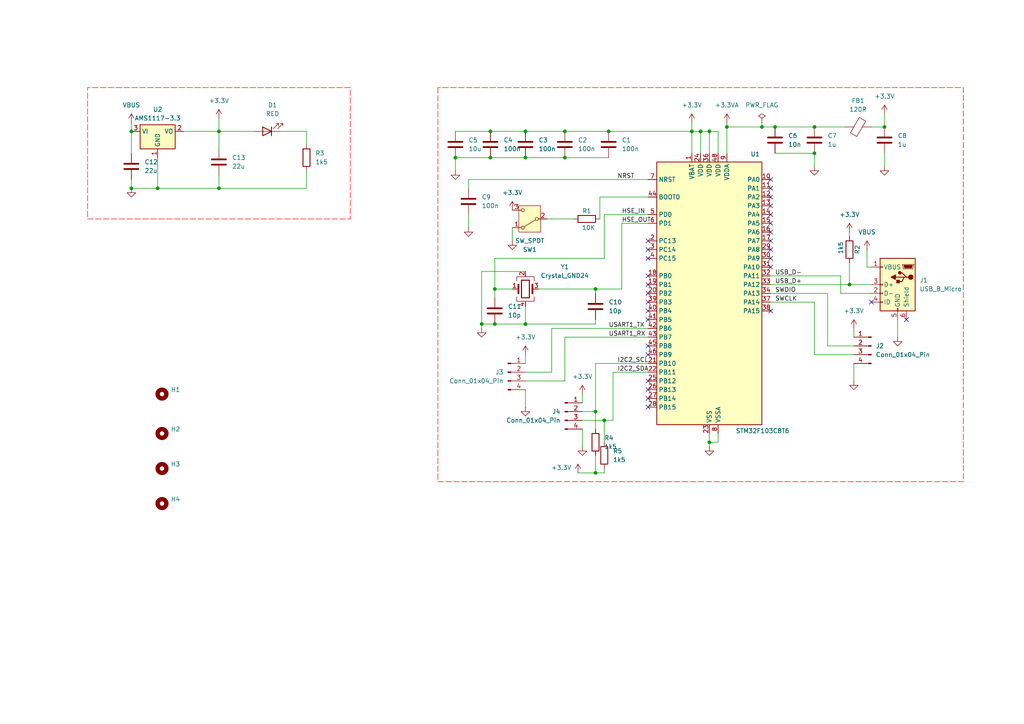
<source format=kicad_sch>
(kicad_sch (version 20250114) (generator "eeschema") (generator_version "9.0")
  (paper "A4")
  (lib_symbols
    (symbol "Connector:Conn_01x04_Pin" (pin_names (offset 1.016) (hide yes))
      (property "Reference" "J" (at 0 5.08 0))
      (property "Value" "Conn_01x04_Pin" (at 0 -7.62 0))
      (symbol "Conn_01x04_Pin_1_1"
        (rectangle (start 0.8636 2.667) (end 0 2.413) (stroke (width 0.1524)) (fill (type outline)))
        (rectangle (start 0.8636 0.127) (end 0 -0.127) (stroke (width 0.1524)) (fill (type outline)))
        (rectangle (start 0.8636 -2.413) (end 0 -2.667) (stroke (width 0.1524)) (fill (type outline)))
        (rectangle (start 0.8636 -4.953) (end 0 -5.207) (stroke (width 0.1524)) (fill (type outline)))
        (polyline (pts (xy 1.27 2.54) (xy 0.8636 2.54)) (stroke (width 0.1524)))
        (polyline (pts (xy 1.27 0) (xy 0.8636 0)) (stroke (width 0.1524)))
        (polyline (pts (xy 1.27 -2.54) (xy 0.8636 -2.54)) (stroke (width 0.1524)))
        (polyline (pts (xy 1.27 -5.08) (xy 0.8636 -5.08)) (stroke (width 0.1524)))
        (pin passive line (at 5.08 2.54 180) (length 3.81) (name "Pin_1") (number "1"))
        (pin passive line (at 5.08 0 180) (length 3.81) (name "Pin_2") (number "2"))
        (pin passive line (at 5.08 -2.54 180) (length 3.81) (name "Pin_3") (number "3"))
        (pin passive line (at 5.08 -5.08 180) (length 3.81) (name "Pin_4") (number "4"))
      )
    )
    (symbol "Connector:USB_B_Micro" (pin_names (offset 1.016))
      (property "Reference" "J" (at -5.08 11.43 0))
      (property "Value" "USB_B_Micro" (at -5.08 8.89 0))
      (symbol "USB_B_Micro_0_1"
        (rectangle (start -5.08 -7.62) (end 5.08 7.62) (stroke (width 0.254)) (fill (type background)))
        (polyline (pts (xy -4.699 5.842) (xy -4.699 5.588) (xy -4.445 4.826) (xy -4.445 4.572) (xy -1.651 4.572) (xy -1.651 4.826) (xy -1.397 5.588) (xy -1.397 5.842) (xy -4.699 5.842)))
        (polyline (pts (xy -4.318 5.588) (xy -1.778 5.588) (xy -2.032 4.826) (xy -4.064 4.826) (xy -4.318 5.588)) (fill (type outline)))
        (circle (center -3.81 2.159) (radius 0.635) (stroke (width 0.254)) (fill (type outline)))
        (polyline (pts (xy -3.175 2.159) (xy -2.54 2.159) (xy -1.27 3.429) (xy -0.635 3.429)) (stroke (width 0.254)))
        (polyline (pts (xy -2.54 2.159) (xy -1.905 2.159) (xy -1.27 0.889) (xy 0 0.889)) (stroke (width 0.254)))
        (polyline (pts (xy -1.905 2.159) (xy 0.635 2.159)) (stroke (width 0.254)))
        (circle (center -0.635 3.429) (radius 0.381) (stroke (width 0.254)) (fill (type outline)))
        (rectangle (start -0.127 -7.62) (end 0.127 -6.858))
        (rectangle (start 0.254 1.27) (end -0.508 0.508) (stroke (width 0.254)) (fill (type outline)))
        (polyline (pts (xy 0.635 2.794) (xy 0.635 1.524) (xy 1.905 2.159) (xy 0.635 2.794)) (stroke (width 0.254)) (fill (type outline)))
        (rectangle (start 5.08 4.953) (end 4.318 5.207))
        (rectangle (start 5.08 -0.127) (end 4.318 0.127))
        (rectangle (start 5.08 -2.667) (end 4.318 -2.413))
        (rectangle (start 5.08 -5.207) (end 4.318 -4.953))
      )
      (symbol "USB_B_Micro_1_1"
        (pin passive line (at -2.54 -10.16 90) (length 2.54) (name "Shield") (number "6"))
        (pin power_out line (at 0 -10.16 90) (length 2.54) (name "GND") (number "5"))
        (pin power_out line (at 7.62 5.08 180) (length 2.54) (name "VBUS") (number "1"))
        (pin bidirectional line (at 7.62 0 180) (length 2.54) (name "D+") (number "3"))
        (pin bidirectional line (at 7.62 -2.54 180) (length 2.54) (name "D-") (number "2"))
        (pin passive line (at 7.62 -5.08 180) (length 2.54) (name "ID") (number "4"))
      )
    )
    (symbol "Device:C" (pin_numbers (hide yes)) (pin_names (offset 0.254))
      (property "Reference" "C" (at 0.635 2.54 0))
      (property "Value" "C" (at 0.635 -2.54 0))
      (symbol "C_0_1"
        (polyline (pts (xy -2.032 0.762) (xy 2.032 0.762)) (stroke (width 0.508)))
        (polyline (pts (xy -2.032 -0.762) (xy 2.032 -0.762)) (stroke (width 0.508)))
      )
      (symbol "C_1_1"
        (pin passive line (at 0 3.81 270) (length 2.794) (name "~") (number "1"))
        (pin passive line (at 0 -3.81 90) (length 2.794) (name "~") (number "2"))
      )
    )
    (symbol "Device:Crystal_GND24" (pin_names (offset 1.016) (hide yes))
      (property "Reference" "Y" (at 3.175 5.08 0))
      (property "Value" "Crystal_GND24" (at 3.175 3.175 0))
      (symbol "Crystal_GND24_0_1"
        (polyline (pts (xy -2.54 2.286) (xy -2.54 3.556) (xy 2.54 3.556) (xy 2.54 2.286)))
        (polyline (pts (xy -2.54 0) (xy -2.032 0)))
        (polyline (pts (xy -2.54 -2.286) (xy -2.54 -3.556) (xy 2.54 -3.556) (xy 2.54 -2.286)))
        (polyline (pts (xy -2.032 -1.27) (xy -2.032 1.27)) (stroke (width 0.508)))
        (rectangle (start -1.143 2.54) (end 1.143 -2.54) (stroke (width 0.3048)))
        (polyline (pts (xy 0 3.556) (xy 0 3.81)))
        (polyline (pts (xy 0 -3.81) (xy 0 -3.556)))
        (polyline (pts (xy 2.032 0) (xy 2.54 0)))
        (polyline (pts (xy 2.032 -1.27) (xy 2.032 1.27)) (stroke (width 0.508)))
      )
      (symbol "Crystal_GND24_1_1"
        (pin passive line (at -3.81 0 0) (length 1.27) (name "1") (number "1"))
        (pin passive line (at 0 5.08 270) (length 1.27) (name "2") (number "2"))
        (pin passive line (at 0 -5.08 90) (length 1.27) (name "4") (number "4"))
        (pin passive line (at 3.81 0 180) (length 1.27) (name "3") (number "3"))
      )
    )
    (symbol "Device:FerriteBead" (pin_numbers (hide yes)) (pin_names (offset 0))
      (property "Reference" "FB" (at -3.81 0.635 90))
      (property "Value" "FerriteBead" (at 3.81 0 90))
      (symbol "FerriteBead_0_1"
        (polyline (pts (xy -2.7686 0.4064) (xy -1.7018 2.2606) (xy 2.7686 -0.3048) (xy 1.6764 -2.159) (xy -2.7686 0.4064)))
        (polyline (pts (xy 0 1.27) (xy 0 1.2954)))
        (polyline (pts (xy 0 -1.27) (xy 0 -1.2192)))
      )
      (symbol "FerriteBead_1_1"
        (pin passive line (at 0 3.81 270) (length 2.54) (name "~") (number "1"))
        (pin passive line (at 0 -3.81 90) (length 2.54) (name "~") (number "2"))
      )
    )
    (symbol "Device:LED" (pin_numbers (hide yes)) (pin_names (offset 1.016) (hide yes))
      (property "Reference" "D" (at 0 2.54 0))
      (property "Value" "LED" (at 0 -2.54 0))
      (symbol "LED_0_1"
        (polyline (pts (xy -3.048 -0.762) (xy -4.572 -2.286) (xy -3.81 -2.286) (xy -4.572 -2.286) (xy -4.572 -1.524)))
        (polyline (pts (xy -1.778 -0.762) (xy -3.302 -2.286) (xy -2.54 -2.286) (xy -3.302 -2.286) (xy -3.302 -1.524)))
        (polyline (pts (xy -1.27 0) (xy 1.27 0)))
        (polyline (pts (xy -1.27 -1.27) (xy -1.27 1.27)) (stroke (width 0.254)))
        (polyline (pts (xy 1.27 -1.27) (xy 1.27 1.27) (xy -1.27 0) (xy 1.27 -1.27)) (stroke (width 0.254)))
      )
      (symbol "LED_1_1"
        (pin passive line (at -3.81 0 0) (length 2.54) (name "K") (number "1"))
        (pin passive line (at 3.81 0 180) (length 2.54) (name "A") (number "2"))
      )
    )
    (symbol "Device:R" (pin_numbers (hide yes)) (pin_names (offset 0))
      (property "Reference" "R" (at 2.032 0 90))
      (property "Value" "R" (at 0 0 90))
      (symbol "R_0_1"
        (rectangle (start -1.016 -2.54) (end 1.016 2.54) (stroke (width 0.254)))
      )
      (symbol "R_1_1"
        (pin passive line (at 0 3.81 270) (length 1.27) (name "~") (number "1"))
        (pin passive line (at 0 -3.81 90) (length 1.27) (name "~") (number "2"))
      )
    )
    (symbol "MCU_ST_STM32F1:STM32F103C8Tx"
      (property "Reference" "U" (at -15.24 39.37 0))
      (property "Value" "STM32F103C8Tx" (at 7.62 39.37 0))
      (symbol "STM32F103C8Tx_0_1"
        (rectangle (start -15.24 -38.1) (end 15.24 38.1) (stroke (width 0.254)) (fill (type background)))
      )
      (symbol "STM32F103C8Tx_1_1"
        (pin input line (at -17.78 33.02 0) (length 2.54) (name "NRST") (number "7"))
        (pin input line (at -17.78 27.94 0) (length 2.54) (name "BOOT0") (number "44"))
        (pin bidirectional line (at -17.78 22.86 0) (length 2.54) (name "PD0") (number "5"))
        (pin bidirectional line (at -17.78 20.32 0) (length 2.54) (name "PD1") (number "6"))
        (pin bidirectional line (at -17.78 15.24 0) (length 2.54) (name "PC13") (number "2"))
        (pin bidirectional line (at -17.78 12.7 0) (length 2.54) (name "PC14") (number "3"))
        (pin bidirectional line (at -17.78 10.16 0) (length 2.54) (name "PC15") (number "4"))
        (pin bidirectional line (at -17.78 5.08 0) (length 2.54) (name "PB0") (number "18"))
        (pin bidirectional line (at -17.78 2.54 0) (length 2.54) (name "PB1") (number "19"))
        (pin bidirectional line (at -17.78 0 0) (length 2.54) (name "PB2") (number "20"))
        (pin bidirectional line (at -17.78 -2.54 0) (length 2.54) (name "PB3") (number "39"))
        (pin bidirectional line (at -17.78 -5.08 0) (length 2.54) (name "PB4") (number "40"))
        (pin bidirectional line (at -17.78 -7.62 0) (length 2.54) (name "PB5") (number "41"))
        (pin bidirectional line (at -17.78 -10.16 0) (length 2.54) (name "PB6") (number "42"))
        (pin bidirectional line (at -17.78 -12.7 0) (length 2.54) (name "PB7") (number "43"))
        (pin bidirectional line (at -17.78 -15.24 0) (length 2.54) (name "PB8") (number "45"))
        (pin bidirectional line (at -17.78 -17.78 0) (length 2.54) (name "PB9") (number "46"))
        (pin bidirectional line (at -17.78 -20.32 0) (length 2.54) (name "PB10") (number "21"))
        (pin bidirectional line (at -17.78 -22.86 0) (length 2.54) (name "PB11") (number "22"))
        (pin bidirectional line (at -17.78 -25.4 0) (length 2.54) (name "PB12") (number "25"))
        (pin bidirectional line (at -17.78 -27.94 0) (length 2.54) (name "PB13") (number "26"))
        (pin bidirectional line (at -17.78 -30.48 0) (length 2.54) (name "PB14") (number "27"))
        (pin bidirectional line (at -17.78 -33.02 0) (length 2.54) (name "PB15") (number "28"))
        (pin power_in line (at -5.08 40.64 270) (length 2.54) (name "VBAT") (number "1"))
        (pin power_in line (at -2.54 40.64 270) (length 2.54) (name "VDD") (number "24"))
        (pin power_in line (at 0 40.64 270) (length 2.54) (name "VDD") (number "36"))
        (pin power_in line (at 0 -40.64 90) (length 2.54) (name "VSS") (number "23"))
        (pin passive line (at 0 -40.64 90) (length 2.54) (hide yes) (name "VSS") (number "35"))
        (pin passive line (at 0 -40.64 90) (length 2.54) (hide yes) (name "VSS") (number "47"))
        (pin power_in line (at 2.54 40.64 270) (length 2.54) (name "VDD") (number "48"))
        (pin power_in line (at 2.54 -40.64 90) (length 2.54) (name "VSSA") (number "8"))
        (pin power_in line (at 5.08 40.64 270) (length 2.54) (name "VDDA") (number "9"))
        (pin bidirectional line (at 17.78 33.02 180) (length 2.54) (name "PA0") (number "10"))
        (pin bidirectional line (at 17.78 30.48 180) (length 2.54) (name "PA1") (number "11"))
        (pin bidirectional line (at 17.78 27.94 180) (length 2.54) (name "PA2") (number "12"))
        (pin bidirectional line (at 17.78 25.4 180) (length 2.54) (name "PA3") (number "13"))
        (pin bidirectional line (at 17.78 22.86 180) (length 2.54) (name "PA4") (number "14"))
        (pin bidirectional line (at 17.78 20.32 180) (length 2.54) (name "PA5") (number "15"))
        (pin bidirectional line (at 17.78 17.78 180) (length 2.54) (name "PA6") (number "16"))
        (pin bidirectional line (at 17.78 15.24 180) (length 2.54) (name "PA7") (number "17"))
        (pin bidirectional line (at 17.78 12.7 180) (length 2.54) (name "PA8") (number "29"))
        (pin bidirectional line (at 17.78 10.16 180) (length 2.54) (name "PA9") (number "30"))
        (pin bidirectional line (at 17.78 7.62 180) (length 2.54) (name "PA10") (number "31"))
        (pin bidirectional line (at 17.78 5.08 180) (length 2.54) (name "PA11") (number "32"))
        (pin bidirectional line (at 17.78 2.54 180) (length 2.54) (name "PA12") (number "33"))
        (pin bidirectional line (at 17.78 0 180) (length 2.54) (name "PA13") (number "34"))
        (pin bidirectional line (at 17.78 -2.54 180) (length 2.54) (name "PA14") (number "37"))
        (pin bidirectional line (at 17.78 -5.08 180) (length 2.54) (name "PA15") (number "38"))
      )
    )
    (symbol "Mechanical:MountingHole" (pin_names (offset 1.016)) (in_bom no)
      (property "Reference" "H" (at 0 5.08 0))
      (property "Value" "MountingHole" (at 0 3.175 0))
      (symbol "MountingHole_0_1"
        (circle (center 0 0) (radius 1.27) (stroke (width 1.27)))
      )
    )
    (symbol "Regulator_Linear:AMS1117-3.3"
      (property "Reference" "U" (at -3.81 3.175 0))
      (property "Value" "AMS1117-3.3" (at 0 3.175 0))
      (symbol "AMS1117-3.3_0_1"
        (rectangle (start -5.08 -5.08) (end 5.08 1.905) (stroke (width 0.254)) (fill (type background)))
      )
      (symbol "AMS1117-3.3_1_1"
        (pin power_in line (at -7.62 0 0) (length 2.54) (name "VI") (number "3"))
        (pin power_in line (at 0 -7.62 90) (length 2.54) (name "GND") (number "1"))
        (pin power_out line (at 7.62 0 180) (length 2.54) (name "VO") (number "2"))
      )
    )
    (symbol "Switch:SW_SPDT" (pin_names (offset 0) (hide yes))
      (property "Reference" "SW" (at 0 5.08 0))
      (property "Value" "SW_SPDT" (at 0 -5.08 0))
      (symbol "SW_SPDT_0_1"
        (circle (center -2.032 0) (radius 0.4572))
        (polyline (pts (xy -1.651 0.254) (xy 1.651 2.286)))
        (circle (center 2.032 2.54) (radius 0.4572))
        (circle (center 2.032 -2.54) (radius 0.4572))
      )
      (symbol "SW_SPDT_1_1"
        (rectangle (start -3.175 3.81) (end 3.175 -3.81) (fill (type background)))
        (pin passive line (at -5.08 0 0) (length 2.54) (name "B") (number "2"))
        (pin passive line (at 5.08 2.54 180) (length 2.54) (name "A") (number "1"))
        (pin passive line (at 5.08 -2.54 180) (length 2.54) (name "C") (number "3"))
      )
    )
    (symbol "power:+3.3V" (power) (pin_numbers (hide yes)) (pin_names (offset 0) (hide yes))
      (property "Value" "+3.3V" (at 0 3.556 0))
      (symbol "+3.3V_0_1"
        (polyline (pts (xy -0.762 1.27) (xy 0 2.54)))
        (polyline (pts (xy 0 2.54) (xy 0.762 1.27)))
        (polyline (pts (xy 0 0) (xy 0 2.54)))
      )
      (symbol "+3.3V_1_1"
        (pin power_in line (at 0 0 90) (length 0) (name "~") (number "1"))
      )
    )
    (symbol "power:+3.3VA" (power) (pin_numbers (hide yes)) (pin_names (offset 0) (hide yes))
      (property "Value" "+3.3VA" (at 0 3.556 0))
      (symbol "+3.3VA_0_1"
        (polyline (pts (xy -0.762 1.27) (xy 0 2.54)))
        (polyline (pts (xy 0 2.54) (xy 0.762 1.27)))
        (polyline (pts (xy 0 0) (xy 0 2.54)))
      )
      (symbol "+3.3VA_1_1"
        (pin power_in line (at 0 0 90) (length 0) (name "~") (number "1"))
      )
    )
    (symbol "power:GND" (power) (pin_numbers (hide yes)) (pin_names (offset 0) (hide yes))
      (property "Value" "GND" (at 0 -3.81 0))
      (symbol "GND_0_1"
        (polyline (pts (xy 0 0) (xy 0 -1.27) (xy 1.27 -1.27) (xy 0 -2.54) (xy -1.27 -1.27) (xy 0 -1.27)))
      )
      (symbol "GND_1_1"
        (pin power_in line (at 0 0 270) (length 0) (name "~") (number "1"))
      )
    )
    (symbol "power:PWR_FLAG" (power) (pin_numbers (hide yes)) (pin_names (offset 0) (hide yes))
      (property "Value" "PWR_FLAG" (at 0 3.81 0))
      (symbol "PWR_FLAG_0_0"
        (pin power_out line (at 0 0 90) (length 0) (name "~") (number "1"))
      )
      (symbol "PWR_FLAG_0_1"
        (polyline (pts (xy 0 0) (xy 0 1.27) (xy -1.016 1.905) (xy 0 2.54) (xy 1.016 1.905) (xy 0 1.27)))
      )
    )
    (symbol "power:VBUS" (power) (pin_numbers (hide yes)) (pin_names (offset 0) (hide yes))
      (property "Value" "VBUS" (at 0 3.556 0))
      (symbol "VBUS_0_1"
        (polyline (pts (xy -0.762 1.27) (xy 0 2.54)))
        (polyline (pts (xy 0 2.54) (xy 0.762 1.27)))
        (polyline (pts (xy 0 0) (xy 0 2.54)))
      )
      (symbol "VBUS_1_1"
        (pin power_in line (at 0 0 90) (length 0) (name "~") (number "1"))
      )
    )
  )
  (junction (at 132.08 45.72))
  (junction (at 220.98 36.83))
  (junction (at 163.83 45.72))
  (junction (at 38.1 54.61))
  (junction (at 152.4 93.98))
  (junction (at 139.7 93.98))
  (junction (at 224.79 36.83))
  (junction (at 143.51 93.98))
  (junction (at 45.72 54.61))
  (junction (at 175.26 121.92))
  (junction (at 38.1 38.1))
  (junction (at 203.2 38.1))
  (junction (at 142.24 45.72))
  (junction (at 143.51 83.82))
  (junction (at 63.5 54.61))
  (junction (at 176.53 38.1))
  (junction (at 172.72 119.38))
  (junction (at 200.66 38.1))
  (junction (at 63.5 38.1))
  (junction (at 256.54 36.83))
  (junction (at 142.24 38.1))
  (junction (at 236.22 36.83))
  (junction (at 236.22 44.45))
  (junction (at 172.72 83.82))
  (junction (at 152.4 38.1))
  (junction (at 205.74 128.27))
  (junction (at 205.74 38.1))
  (junction (at 152.4 45.72))
  (junction (at 210.82 36.83))
  (junction (at 172.72 137.16))
  (junction (at 246.38 82.55))
  (junction (at 163.83 38.1))
  (no_connect (at 223.52 67.31))
  (no_connect (at 223.52 57.15))
  (no_connect (at 223.52 69.85))
  (no_connect (at 187.96 115.57))
  (no_connect (at 187.96 102.87))
  (no_connect (at 262.89 92.71))
  (no_connect (at 223.52 64.77))
  (no_connect (at 187.96 92.71))
  (no_connect (at 187.96 110.49))
  (no_connect (at 223.52 72.39))
  (no_connect (at 187.96 72.39))
  (no_connect (at 223.52 54.61))
  (no_connect (at 187.96 85.09))
  (no_connect (at 187.96 74.93))
  (no_connect (at 223.52 77.47))
  (no_connect (at 223.52 52.07))
  (no_connect (at 187.96 69.85))
  (no_connect (at 187.96 82.55))
  (no_connect (at 187.96 80.01))
  (no_connect (at 187.96 87.63))
  (no_connect (at 223.52 74.93))
  (no_connect (at 187.96 100.33))
  (no_connect (at 223.52 90.17))
  (no_connect (at 187.96 113.03))
  (no_connect (at 223.52 62.23))
  (no_connect (at 187.96 90.17))
  (no_connect (at 187.96 118.11))
  (no_connect (at 223.52 59.69))
  (no_connect (at 252.73 87.63))
  (wire (pts (xy 38.1 35.56) (xy 38.1 38.1)))
  (wire (pts (xy 143.51 93.98) (xy 152.4 93.98)))
  (wire (pts (xy 172.72 83.82) (xy 172.72 85.09)))
  (wire (pts (xy 172.72 119.38) (xy 172.72 124.46)))
  (wire (pts (xy 143.51 83.82) (xy 148.59 83.82)))
  (wire (pts (xy 246.38 67.31) (xy 246.38 68.58)))
  (wire (pts (xy 63.5 38.1) (xy 63.5 34.29)))
  (wire (pts (xy 88.9 49.53) (xy 88.9 54.61)))
  (wire (pts (xy 208.28 44.45) (xy 208.28 38.1)))
  (wire (pts (xy 236.22 102.87) (xy 236.22 87.63)))
  (wire (pts (xy 247.65 95.25) (xy 247.65 97.79)))
  (wire (pts (xy 168.91 119.38) (xy 172.72 119.38)))
  (wire (pts (xy 187.96 64.77) (xy 180.34 64.77)))
  (wire (pts (xy 200.66 38.1) (xy 200.66 44.45)))
  (wire (pts (xy 135.89 52.07) (xy 135.89 54.61)))
  (wire (pts (xy 172.72 105.41) (xy 187.96 105.41)))
  (wire (pts (xy 63.5 54.61) (xy 45.72 54.61)))
  (wire (pts (xy 220.98 36.83) (xy 224.79 36.83)))
  (wire (pts (xy 256.54 33.02) (xy 256.54 36.83)))
  (wire (pts (xy 38.1 54.61) (xy 45.72 54.61)))
  (wire (pts (xy 163.83 38.1) (xy 176.53 38.1)))
  (wire (pts (xy 132.08 45.72) (xy 132.08 49.53)))
  (wire (pts (xy 139.7 93.98) (xy 139.7 95.25)))
  (wire (pts (xy 172.72 137.16) (xy 167.64 137.16)))
  (wire (pts (xy 172.72 92.71) (xy 172.72 93.98)))
  (wire (pts (xy 246.38 76.2) (xy 246.38 82.55)))
  (wire (pts (xy 135.89 62.23) (xy 135.89 66.04)))
  (wire (pts (xy 180.34 64.77) (xy 180.34 83.82)))
  (wire (pts (xy 224.79 44.45) (xy 236.22 44.45)))
  (wire (pts (xy 88.9 38.1) (xy 88.9 41.91)))
  (wire (pts (xy 172.72 93.98) (xy 152.4 93.98)))
  (wire (pts (xy 210.82 36.83) (xy 220.98 36.83)))
  (wire (pts (xy 210.82 35.56) (xy 210.82 36.83)))
  (wire (pts (xy 260.35 92.71) (xy 260.35 97.79)))
  (wire (pts (xy 223.52 85.09) (xy 240.03 85.09)))
  (wire (pts (xy 132.08 38.1) (xy 142.24 38.1)))
  (wire (pts (xy 175.26 121.92) (xy 177.8 121.92)))
  (wire (pts (xy 160.02 95.25) (xy 160.02 107.95)))
  (wire (pts (xy 168.91 124.46) (xy 168.91 129.54)))
  (wire (pts (xy 236.22 44.45) (xy 236.22 48.26)))
  (wire (pts (xy 175.26 62.23) (xy 175.26 74.93)))
  (wire (pts (xy 187.96 97.79) (xy 163.83 97.79)))
  (wire (pts (xy 175.26 135.89) (xy 175.26 137.16)))
  (wire (pts (xy 200.66 35.56) (xy 200.66 38.1)))
  (wire (pts (xy 175.26 74.93) (xy 143.51 74.93)))
  (wire (pts (xy 172.72 105.41) (xy 172.72 119.38)))
  (wire (pts (xy 163.83 45.72) (xy 176.53 45.72)))
  (wire (pts (xy 135.89 52.07) (xy 187.96 52.07)))
  (wire (pts (xy 247.65 102.87) (xy 236.22 102.87)))
  (wire (pts (xy 247.65 105.41) (xy 247.65 110.49)))
  (wire (pts (xy 143.51 83.82) (xy 143.51 86.36)))
  (wire (pts (xy 139.7 93.98) (xy 143.51 93.98)))
  (wire (pts (xy 236.22 36.83) (xy 245.11 36.83)))
  (wire (pts (xy 252.73 36.83) (xy 256.54 36.83)))
  (wire (pts (xy 243.84 85.09) (xy 243.84 80.01)))
  (wire (pts (xy 177.8 107.95) (xy 187.96 107.95)))
  (wire (pts (xy 38.1 52.07) (xy 38.1 54.61)))
  (wire (pts (xy 163.83 97.79) (xy 163.83 110.49)))
  (wire (pts (xy 152.4 38.1) (xy 163.83 38.1)))
  (wire (pts (xy 223.52 80.01) (xy 243.84 80.01)))
  (wire (pts (xy 139.7 78.74) (xy 139.7 93.98)))
  (wire (pts (xy 172.72 132.08) (xy 172.72 137.16)))
  (wire (pts (xy 148.59 66.04) (xy 148.59 69.85)))
  (wire (pts (xy 205.74 38.1) (xy 203.2 38.1)))
  (wire (pts (xy 175.26 137.16) (xy 172.72 137.16)))
  (wire (pts (xy 173.99 63.5) (xy 173.99 57.15)))
  (wire (pts (xy 252.73 85.09) (xy 243.84 85.09)))
  (wire (pts (xy 152.4 45.72) (xy 163.83 45.72)))
  (wire (pts (xy 187.96 62.23) (xy 175.26 62.23)))
  (wire (pts (xy 143.51 74.93) (xy 143.51 83.82)))
  (wire (pts (xy 168.91 114.3) (xy 168.91 116.84)))
  (wire (pts (xy 168.91 121.92) (xy 175.26 121.92)))
  (wire (pts (xy 205.74 128.27) (xy 205.74 129.54)))
  (wire (pts (xy 205.74 125.73) (xy 205.74 128.27)))
  (wire (pts (xy 173.99 57.15) (xy 187.96 57.15)))
  (wire (pts (xy 158.75 63.5) (xy 166.37 63.5)))
  (wire (pts (xy 142.24 38.1) (xy 152.4 38.1)))
  (wire (pts (xy 88.9 54.61) (xy 63.5 54.61)))
  (wire (pts (xy 45.72 45.72) (xy 45.72 54.61)))
  (wire (pts (xy 246.38 82.55) (xy 252.73 82.55)))
  (wire (pts (xy 203.2 44.45) (xy 203.2 38.1)))
  (wire (pts (xy 81.28 38.1) (xy 88.9 38.1)))
  (wire (pts (xy 63.5 50.8) (xy 63.5 54.61)))
  (wire (pts (xy 63.5 43.18) (xy 63.5 38.1)))
  (wire (pts (xy 256.54 44.45) (xy 256.54 48.26)))
  (wire (pts (xy 223.52 82.55) (xy 246.38 82.55)))
  (wire (pts (xy 139.7 78.74) (xy 152.4 78.74)))
  (wire (pts (xy 208.28 38.1) (xy 205.74 38.1)))
  (wire (pts (xy 208.28 128.27) (xy 208.28 125.73)))
  (wire (pts (xy 172.72 83.82) (xy 180.34 83.82)))
  (wire (pts (xy 224.79 36.83) (xy 236.22 36.83)))
  (wire (pts (xy 152.4 107.95) (xy 160.02 107.95)))
  (wire (pts (xy 210.82 36.83) (xy 210.82 44.45)))
  (wire (pts (xy 53.34 38.1) (xy 63.5 38.1)))
  (wire (pts (xy 142.24 45.72) (xy 152.4 45.72)))
  (wire (pts (xy 251.46 77.47) (xy 251.46 72.39)))
  (wire (pts (xy 156.21 83.82) (xy 172.72 83.82)))
  (wire (pts (xy 152.4 88.9) (xy 152.4 93.98)))
  (wire (pts (xy 187.96 95.25) (xy 160.02 95.25)))
  (wire (pts (xy 240.03 100.33) (xy 240.03 85.09)))
  (wire (pts (xy 132.08 45.72) (xy 142.24 45.72)))
  (wire (pts (xy 152.4 102.87) (xy 152.4 105.41)))
  (wire (pts (xy 38.1 38.1) (xy 38.1 44.45)))
  (wire (pts (xy 247.65 100.33) (xy 240.03 100.33)))
  (wire (pts (xy 176.53 38.1) (xy 200.66 38.1)))
  (wire (pts (xy 251.46 77.47) (xy 252.73 77.47)))
  (wire (pts (xy 175.26 121.92) (xy 175.26 128.27)))
  (wire (pts (xy 177.8 107.95) (xy 177.8 121.92)))
  (wire (pts (xy 63.5 38.1) (xy 73.66 38.1)))
  (wire (pts (xy 203.2 38.1) (xy 200.66 38.1)))
  (wire (pts (xy 205.74 128.27) (xy 208.28 128.27)))
  (wire (pts (xy 152.4 113.03) (xy 152.4 118.11)))
  (wire (pts (xy 220.98 35.56) (xy 220.98 36.83)))
  (wire (pts (xy 152.4 110.49) (xy 163.83 110.49)))
  (wire (pts (xy 205.74 44.45) (xy 205.74 38.1)))
  (wire (pts (xy 223.52 87.63) (xy 236.22 87.63)))
  (label "SWDIO" (at 224.79 85.09 0))
  (label "USART1_TX" (at 176.53 95.25 0))
  (label "USB_D+" (at 224.79 82.55 0))
  (label "I2C2_SDA" (at 179.07 107.95 0))
  (label "SWCLK" (at 224.79 87.63 0))
  (label "NRST" (at 179.07 52.07 0))
  (label "HSE_OUT" (at 180.34 64.77 0))
  (label "USB_D-" (at 224.79 80.01 0))
  (label "HSE_IN" (at 180.34 62.23 0))
  (label "I2C2_SCL" (at 179.07 105.41 0))
  (label "USART1_RX" (at 176.53 97.79 0))
  (rule_area (polyline (pts (xy 127 25.4) (xy 127 139.7) (xy 279.4 139.7) (xy 279.4 25.4)) (stroke (width 0) (type dash))))
  (rule_area (polyline (pts (xy 101.6 25.4) (xy 25.4 25.4) (xy 25.4 63.5) (xy 101.6 63.5)) (stroke (width 0) (type dash))))
  (symbol (lib_id "Device:C") (at 163.83 41.91 0) (unit 1)
    (property "Reference" "C2" (at 167.64 40.6399 0) (effects (justify left)))
    (property "Value" "100n" (at 167.64 43.1799 0) (effects (justify left)))
    (property "Footprint" "Capacitor_SMD:C_0402_1005Metric" (effects (hide yes)))
    (property "Description" "Unpolarized capacitor" (effects (hide yes)))
  )
  (symbol (lib_id "power:GND") (at 38.1 54.61 0) (unit 1)
    (property "Reference" "#PWR017" (effects (hide yes)))
    (property "Value" "GND" (effects (hide yes)))
    (property "Description" "Power symbol creates a global label with name \"GND\" , ground" (effects (hide yes)))
  )
  (symbol (lib_id "power:+3.3V") (at 200.66 35.56 0) (unit 1)
    (property "Reference" "#PWR02" (effects (hide yes)))
    (property "Value" "+3.3V" (at 200.66 30.48 0))
    (property "Description" "Power symbol creates a global label with name \"+3.3V\"" (effects (hide yes)))
  )
  (symbol (lib_id "Device:Crystal_GND24") (at 152.4 83.82 0) (unit 1)
    (property "Reference" "Y1" (at 163.83 77.3998 0))
    (property "Value" "Crystal_GND24" (at 163.83 79.9398 0))
    (property "Footprint" "Crystal:Crystal_SMD_3225-4Pin_3.2x2.5mm" (effects (hide yes)))
    (property "Description" "Four pin crystal, GND on pins 2 and 4" (effects (hide yes)))
  )
  (symbol (lib_id "Connector:USB_B_Micro") (at 260.35 82.55 0) (mirror y) (unit 1)
    (property "Reference" "J1" (at 266.7 81.2799 0) (effects (justify right)))
    (property "Value" "USB_B_Micro" (at 266.7 83.8199 0) (effects (justify right)))
    (property "Footprint" "Connector_USB:USB_Micro-B_Wuerth_629105150521" (effects (hide yes)))
    (property "Description" "USB Micro Type B connector" (effects (hide yes)))
  )
  (symbol (lib_id "power:+3.3V") (at 246.38 67.31 0) (unit 1)
    (property "Reference" "#PWR016" (effects (hide yes)))
    (property "Value" "+3.3V" (at 246.38 62.23 0))
    (property "Description" "Power symbol creates a global label with name \"+3.3V\"" (effects (hide yes)))
  )
  (symbol (lib_id "Connector:Conn_01x04_Pin") (at 252.73 100.33 0) (mirror y) (unit 1)
    (property "Reference" "J2" (at 254 100.3299 0) (effects (justify right)))
    (property "Value" "Conn_01x04_Pin" (at 254 102.8699 0) (effects (justify right)))
    (property "Footprint" "Connector_PinHeader_2.54mm:PinHeader_1x04_P2.54mm_Vertical" (effects (hide yes)))
    (property "Description" "Generic connector, single row, 01x04, script generated" (effects (hide yes)))
  )
  (symbol (lib_id "Device:C") (at 38.1 48.26 0) (unit 1)
    (property "Reference" "C12" (at 41.91 46.9899 0) (effects (justify left)))
    (property "Value" "22u" (at 41.91 49.5299 0) (effects (justify left)))
    (property "Footprint" "Capacitor_SMD:C_0805_2012Metric" (effects (hide yes)))
    (property "Description" "Unpolarized capacitor" (effects (hide yes)))
  )
  (symbol (lib_id "power:GND") (at 152.4 118.11 0) (mirror y) (unit 1)
    (property "Reference" "#PWR021" (effects (hide yes)))
    (property "Value" "GND" (effects (hide yes)))
    (property "Description" "Power symbol creates a global label with name \"GND\" , ground" (effects (hide yes)))
  )
  (symbol (lib_id "power:+3.3VA") (at 210.82 35.56 0) (unit 1)
    (property "Reference" "#PWR04" (effects (hide yes)))
    (property "Value" "+3.3VA" (at 210.82 30.48 0))
    (property "Description" "Power symbol creates a global label with name \"+3.3VA\"" (effects (hide yes)))
  )
  (symbol (lib_id "Device:LED") (at 77.47 38.1 180) (unit 1)
    (property "Reference" "D1" (at 79.0575 30.48 0))
    (property "Value" "RED" (at 79.0575 33.02 0))
    (property "Footprint" "LED_SMD:LED_0603_1608Metric" (effects (hide yes)))
    (property "Description" "Light emitting diode" (effects (hide yes)))
    (property "Sim.Pins" "1=K 2=A" (effects (hide yes)))
  )
  (symbol (lib_id "power:GND") (at 132.08 49.53 0) (unit 1)
    (property "Reference" "#PWR03" (effects (hide yes)))
    (property "Value" "GND" (effects (hide yes)))
    (property "Description" "Power symbol creates a global label with name \"GND\" , ground" (effects (hide yes)))
  )
  (symbol (lib_id "power:VBUS") (at 38.1 35.56 0) (unit 1)
    (property "Reference" "#PWR019" (effects (hide yes)))
    (property "Value" "VBUS" (at 38.1 30.48 0))
    (property "Description" "Power symbol creates a global label with name \"VBUS\"" (effects (hide yes)))
  )
  (symbol (lib_id "power:+3.3V") (at 167.64 137.16 0) (unit 1)
    (property "Reference" "#PWR024" (effects (hide yes)))
    (property "Value" "+3.3V" (at 162.814 135.636 0))
    (property "Description" "Power symbol creates a global label with name \"+3.3V\"" (effects (hide yes)))
  )
  (symbol (lib_id "power:PWR_FLAG") (at 220.98 35.56 0) (unit 1)
    (property "Reference" "#FLG01" (effects (hide yes)))
    (property "Value" "PWR_FLAG" (at 220.98 30.48 0))
    (property "Description" "Special symbol for telling ERC where power comes from" (effects (hide yes)))
  )
  (symbol (lib_id "power:GND") (at 135.89 66.04 0) (unit 1)
    (property "Reference" "#PWR08" (effects (hide yes)))
    (property "Value" "GND" (effects (hide yes)))
    (property "Description" "Power symbol creates a global label with name \"GND\" , ground" (effects (hide yes)))
  )
  (symbol (lib_id "Device:FerriteBead") (at 248.92 36.83 90) (unit 1)
    (property "Reference" "FB1" (at 248.8692 29.21 90))
    (property "Value" "120R" (at 248.8692 31.75 90))
    (property "Footprint" "Inductor_SMD:L_0603_1608Metric" (effects (hide yes)))
    (property "Description" "Ferrite bead" (effects (hide yes)))
  )
  (symbol (lib_id "power:VBUS") (at 251.46 72.39 0) (unit 1)
    (property "Reference" "#PWR013" (effects (hide yes)))
    (property "Value" "VBUS" (at 251.46 67.31 0))
    (property "Description" "Power symbol creates a global label with name \"VBUS\"" (effects (hide yes)))
  )
  (symbol (lib_id "MCU_ST_STM32F1:STM32F103C8Tx") (at 205.74 85.09 0) (unit 1)
    (property "Reference" "U1" (at 217.678 44.704 0) (effects (justify left)))
    (property "Value" "STM32F103C8T6" (at 213.36 124.968 0) (effects (justify left)))
    (property "Footprint" "Package_QFP:LQFP-48_7x7mm_P0.5mm" (effects (hide yes)))
    (property "Datasheet" "https://www.st.com/resource/en/datasheet/stm32f103c8.pdf" (effects (hide yes)))
    (property "Description" "STMicroelectronics Arm Cortex-M3 MCU, 64KB flash, 20KB RAM, 72 MHz, 2.0-3.6V, 37 GPIO, LQFP48" (effects (hide yes)))
  )
  (symbol (lib_id "Device:C") (at 176.53 41.91 0) (unit 1)
    (property "Reference" "C1" (at 180.34 40.6399 0) (effects (justify left)))
    (property "Value" "100n" (at 180.34 43.1799 0) (effects (justify left)))
    (property "Footprint" "Capacitor_SMD:C_0402_1005Metric" (effects (hide yes)))
    (property "Description" "Unpolarized capacitor" (effects (hide yes)))
  )
  (symbol (lib_id "power:+3.3V") (at 63.5 34.29 0) (unit 1)
    (property "Reference" "#PWR018" (effects (hide yes)))
    (property "Value" "+3.3V" (at 63.5 29.21 0))
    (property "Description" "Power symbol creates a global label with name \"+3.3V\"" (effects (hide yes)))
  )
  (symbol (lib_id "power:+3.3V") (at 152.4 102.87 0) (mirror y) (unit 1)
    (property "Reference" "#PWR020" (effects (hide yes)))
    (property "Value" "+3.3V" (at 152.4 97.79 0))
    (property "Description" "Power symbol creates a global label with name \"+3.3V\"" (effects (hide yes)))
  )
  (symbol (lib_id "Mechanical:MountingHole") (at 46.99 114.3 0) (unit 1) (in_bom no)
    (property "Reference" "H1" (at 49.53 113.0299 0) (effects (justify left)))
    (property "Value" "MountingHole" (effects (hide yes)))
    (property "Footprint" "MountingHole:MountingHole_2.2mm_M2" (effects (hide yes)))
    (property "Description" "Mounting Hole without connection" (effects (hide yes)))
  )
  (symbol (lib_id "Device:R") (at 175.26 132.08 0) (unit 1)
    (property "Reference" "R5" (at 177.8 130.8099 0) (effects (justify left)))
    (property "Value" "1k5" (at 177.8 133.3499 0) (effects (justify left)))
    (property "Footprint" "Resistor_SMD:R_0402_1005Metric" (effects (hide yes)))
    (property "Description" "Resistor" (effects (hide yes)))
  )
  (symbol (lib_id "Switch:SW_SPDT") (at 153.67 63.5 180) (unit 1)
    (property "Reference" "SW1" (at 153.67 72.39 0))
    (property "Value" "SW_SPDT" (at 153.67 69.85 0))
    (property "Footprint" "Button_Switch_SMD:SW_SPDT_PCM12" (effects (hide yes)))
    (property "Description" "Switch, single pole double throw" (effects (hide yes)))
  )
  (symbol (lib_id "Mechanical:MountingHole") (at 46.99 146.05 0) (unit 1) (in_bom no)
    (property "Reference" "H4" (at 49.53 144.7799 0) (effects (justify left)))
    (property "Value" "MountingHole" (effects (hide yes)))
    (property "Footprint" "MountingHole:MountingHole_2.2mm_M2" (effects (hide yes)))
    (property "Description" "Mounting Hole without connection" (effects (hide yes)))
  )
  (symbol (lib_id "Connector:Conn_01x04_Pin") (at 147.32 107.95 0) (unit 1)
    (property "Reference" "J3" (at 146.05 107.9499 0) (effects (justify right)))
    (property "Value" "Conn_01x04_Pin" (at 146.05 110.4899 0) (effects (justify right)))
    (property "Footprint" "Connector_PinHeader_2.54mm:PinHeader_1x04_P2.54mm_Vertical" (effects (hide yes)))
    (property "Description" "Generic connector, single row, 01x04, script generated" (effects (hide yes)))
  )
  (symbol (lib_id "Mechanical:MountingHole") (at 46.99 125.73 0) (unit 1) (in_bom no)
    (property "Reference" "H2" (at 49.53 124.4599 0) (effects (justify left)))
    (property "Value" "MountingHole" (effects (hide yes)))
    (property "Footprint" "MountingHole:MountingHole_2.2mm_M2" (effects (hide yes)))
    (property "Description" "Mounting Hole without connection" (effects (hide yes)))
  )
  (symbol (lib_id "Device:R") (at 172.72 128.27 0) (unit 1)
    (property "Reference" "R4" (at 175.26 126.9999 0) (effects (justify left)))
    (property "Value" "1k5" (at 175.26 129.5399 0) (effects (justify left)))
    (property "Footprint" "Resistor_SMD:R_0402_1005Metric" (effects (hide yes)))
    (property "Description" "Resistor" (effects (hide yes)))
  )
  (symbol (lib_id "power:GND") (at 168.91 129.54 0) (mirror y) (unit 1)
    (property "Reference" "#PWR023" (effects (hide yes)))
    (property "Value" "GND" (effects (hide yes)))
    (property "Description" "Power symbol creates a global label with name \"GND\" , ground" (effects (hide yes)))
  )
  (symbol (lib_id "power:GND") (at 256.54 48.26 0) (unit 1)
    (property "Reference" "#PWR06" (effects (hide yes)))
    (property "Value" "GND" (effects (hide yes)))
    (property "Description" "Power symbol creates a global label with name \"GND\" , ground" (effects (hide yes)))
  )
  (symbol (lib_id "power:GND") (at 236.22 48.26 0) (unit 1)
    (property "Reference" "#PWR05" (effects (hide yes)))
    (property "Value" "GND" (effects (hide yes)))
    (property "Description" "Power symbol creates a global label with name \"GND\" , ground" (effects (hide yes)))
  )
  (symbol (lib_id "Device:C") (at 236.22 40.64 0) (unit 1)
    (property "Reference" "C7" (at 240.03 39.3699 0) (effects (justify left)))
    (property "Value" "1u" (at 240.03 41.9099 0) (effects (justify left)))
    (property "Footprint" "Capacitor_SMD:C_0402_1005Metric" (effects (hide yes)))
    (property "Description" "Unpolarized capacitor" (effects (hide yes)))
  )
  (symbol (lib_id "Mechanical:MountingHole") (at 46.99 135.89 0) (unit 1) (in_bom no)
    (property "Reference" "H3" (at 49.53 134.6199 0) (effects (justify left)))
    (property "Value" "MountingHole" (effects (hide yes)))
    (property "Footprint" "MountingHole:MountingHole_2.2mm_M2" (effects (hide yes)))
    (property "Description" "Mounting Hole without connection" (effects (hide yes)))
  )
  (symbol (lib_id "Device:R") (at 170.18 63.5 90) (unit 1)
    (property "Reference" "R1" (at 170.18 61.214 90))
    (property "Value" "10K" (at 170.688 66.04 90))
    (property "Footprint" "Resistor_SMD:R_0402_1005Metric" (effects (hide yes)))
    (property "Description" "Resistor" (effects (hide yes)))
  )
  (symbol (lib_id "power:+3.3V") (at 148.59 60.96 0) (unit 1)
    (property "Reference" "#PWR09" (effects (hide yes)))
    (property "Value" "+3.3V" (at 148.59 55.88 0))
    (property "Description" "Power symbol creates a global label with name \"+3.3V\"" (effects (hide yes)))
  )
  (symbol (lib_id "Device:C") (at 152.4 41.91 0) (unit 1)
    (property "Reference" "C3" (at 156.21 40.6399 0) (effects (justify left)))
    (property "Value" "100n" (at 156.21 43.1799 0) (effects (justify left)))
    (property "Footprint" "Capacitor_SMD:C_0402_1005Metric" (effects (hide yes)))
    (property "Description" "Unpolarized capacitor" (effects (hide yes)))
  )
  (symbol (lib_id "Connector:Conn_01x04_Pin") (at 163.83 119.38 0) (unit 1)
    (property "Reference" "J4" (at 162.56 119.3799 0) (effects (justify right)))
    (property "Value" "Conn_01x04_Pin" (at 162.56 121.9199 0) (effects (justify right)))
    (property "Footprint" "Connector_PinHeader_2.54mm:PinHeader_1x04_P2.54mm_Vertical" (effects (hide yes)))
    (property "Description" "Generic connector, single row, 01x04, script generated" (effects (hide yes)))
  )
  (symbol (lib_id "power:+3.3V") (at 168.91 114.3 0) (mirror y) (unit 1)
    (property "Reference" "#PWR022" (effects (hide yes)))
    (property "Value" "+3.3V" (at 168.91 109.22 0))
    (property "Description" "Power symbol creates a global label with name \"+3.3V\"" (effects (hide yes)))
  )
  (symbol (lib_id "Device:C") (at 143.51 90.17 0) (unit 1)
    (property "Reference" "C11" (at 147.32 88.8999 0) (effects (justify left)))
    (property "Value" "10p" (at 147.32 91.4399 0) (effects (justify left)))
    (property "Footprint" "Capacitor_SMD:C_0402_1005Metric" (effects (hide yes)))
    (property "Description" "Unpolarized capacitor" (effects (hide yes)))
  )
  (symbol (lib_id "power:GND") (at 148.59 69.85 0) (unit 1)
    (property "Reference" "#PWR010" (effects (hide yes)))
    (property "Value" "GND" (effects (hide yes)))
    (property "Description" "Power symbol creates a global label with name \"GND\" , ground" (effects (hide yes)))
  )
  (symbol (lib_id "Device:R") (at 88.9 45.72 0) (unit 1)
    (property "Reference" "R3" (at 91.44 44.4499 0) (effects (justify left)))
    (property "Value" "1k5" (at 91.44 46.9899 0) (effects (justify left)))
    (property "Footprint" "Resistor_SMD:R_0402_1005Metric" (effects (hide yes)))
    (property "Description" "Resistor" (effects (hide yes)))
  )
  (symbol (lib_id "power:GND") (at 247.65 110.49 0) (unit 1)
    (property "Reference" "#PWR015" (effects (hide yes)))
    (property "Value" "GND" (effects (hide yes)))
    (property "Description" "Power symbol creates a global label with name \"GND\" , ground" (effects (hide yes)))
  )
  (symbol (lib_id "power:GND") (at 205.74 129.54 0) (unit 1)
    (property "Reference" "#PWR01" (effects (hide yes)))
    (property "Value" "GND" (effects (hide yes)))
    (property "Description" "Power symbol creates a global label with name \"GND\" , ground" (effects (hide yes)))
  )
  (symbol (lib_id "Device:C") (at 135.89 58.42 0) (unit 1)
    (property "Reference" "C9" (at 139.7 57.1499 0) (effects (justify left)))
    (property "Value" "100n" (at 139.7 59.6899 0) (effects (justify left)))
    (property "Footprint" "Capacitor_SMD:C_0402_1005Metric" (effects (hide yes)))
    (property "Description" "Unpolarized capacitor" (effects (hide yes)))
  )
  (symbol (lib_id "power:GND") (at 139.7 95.25 0) (unit 1)
    (property "Reference" "#PWR011" (effects (hide yes)))
    (property "Value" "GND" (effects (hide yes)))
    (property "Description" "Power symbol creates a global label with name \"GND\" , ground" (effects (hide yes)))
  )
  (symbol (lib_id "power:+3.3V") (at 256.54 33.02 0) (unit 1)
    (property "Reference" "#PWR07" (effects (hide yes)))
    (property "Value" "+3.3V" (at 256.54 27.94 0))
    (property "Description" "Power symbol creates a global label with name \"+3.3V\"" (effects (hide yes)))
  )
  (symbol (lib_id "Regulator_Linear:AMS1117-3.3") (at 45.72 38.1 0) (unit 1)
    (property "Reference" "U2" (at 45.72 31.75 0))
    (property "Value" "AMS1117-3.3" (at 45.72 34.29 0))
    (property "Footprint" "Package_TO_SOT_SMD:SOT-223-3_TabPin2" (effects (hide yes)))
    (property "Datasheet" "http://www.advanced-monolithic.com/pdf/ds1117.pdf" (effects (hide yes)))
    (property "Description" "1A Low Dropout regulator, positive, 3.3V fixed output, SOT-223" (effects (hide yes)))
  )
  (symbol (lib_id "Device:C") (at 63.5 46.99 0) (unit 1)
    (property "Reference" "C13" (at 67.31 45.7199 0) (effects (justify left)))
    (property "Value" "22u" (at 67.31 48.2599 0) (effects (justify left)))
    (property "Footprint" "Capacitor_SMD:C_0805_2012Metric" (effects (hide yes)))
    (property "Description" "Unpolarized capacitor" (effects (hide yes)))
  )
  (symbol (lib_id "power:GND") (at 260.35 97.79 0) (unit 1)
    (property "Reference" "#PWR012" (effects (hide yes)))
    (property "Value" "GND" (effects (hide yes)))
    (property "Description" "Power symbol creates a global label with name \"GND\" , ground" (effects (hide yes)))
  )
  (symbol (lib_id "power:+3.3V") (at 247.65 95.25 0) (unit 1)
    (property "Reference" "#PWR014" (effects (hide yes)))
    (property "Value" "+3.3V" (at 247.65 90.17 0))
    (property "Description" "Power symbol creates a global label with name \"+3.3V\"" (effects (hide yes)))
  )
  (symbol (lib_id "Device:C") (at 172.72 88.9 0) (unit 1)
    (property "Reference" "C10" (at 176.53 87.6299 0) (effects (justify left)))
    (property "Value" "10p" (at 176.53 90.1699 0) (effects (justify left)))
    (property "Footprint" "Capacitor_SMD:C_0402_1005Metric" (effects (hide yes)))
    (property "Description" "Unpolarized capacitor" (effects (hide yes)))
  )
  (symbol (lib_id "Device:R") (at 246.38 72.39 0) (mirror x) (unit 1)
    (property "Reference" "R2" (at 248.666 72.39 90))
    (property "Value" "1k5" (at 243.84 71.882 90))
    (property "Footprint" "Resistor_SMD:R_0402_1005Metric" (effects (hide yes)))
    (property "Description" "Resistor" (effects (hide yes)))
  )
  (symbol (lib_id "Device:C") (at 256.54 40.64 0) (unit 1)
    (property "Reference" "C8" (at 260.35 39.3699 0) (effects (justify left)))
    (property "Value" "1u" (at 260.35 41.9099 0) (effects (justify left)))
    (property "Footprint" "Capacitor_SMD:C_0402_1005Metric" (effects (hide yes)))
    (property "Description" "Unpolarized capacitor" (effects (hide yes)))
  )
  (symbol (lib_id "Device:C") (at 142.24 41.91 0) (unit 1)
    (property "Reference" "C4" (at 146.05 40.6399 0) (effects (justify left)))
    (property "Value" "100n" (at 146.05 43.1799 0) (effects (justify left)))
    (property "Footprint" "Capacitor_SMD:C_0402_1005Metric" (effects (hide yes)))
    (property "Description" "Unpolarized capacitor" (effects (hide yes)))
  )
  (symbol (lib_id "Device:C") (at 132.08 41.91 0) (unit 1)
    (property "Reference" "C5" (at 135.89 40.6399 0) (effects (justify left)))
    (property "Value" "10u" (at 135.89 43.1799 0) (effects (justify left)))
    (property "Footprint" "Capacitor_SMD:C_0603_1608Metric" (effects (hide yes)))
    (property "Description" "Unpolarized capacitor" (effects (hide yes)))
  )
  (symbol (lib_id "Device:C") (at 224.79 40.64 0) (unit 1)
    (property "Reference" "C6" (at 228.6 39.3699 0) (effects (justify left)))
    (property "Value" "10n" (at 228.6 41.9099 0) (effects (justify left)))
    (property "Footprint" "Capacitor_SMD:C_0402_1005Metric" (effects (hide yes)))
    (property "Description" "Unpolarized capacitor" (effects (hide yes)))
  )
)
</source>
